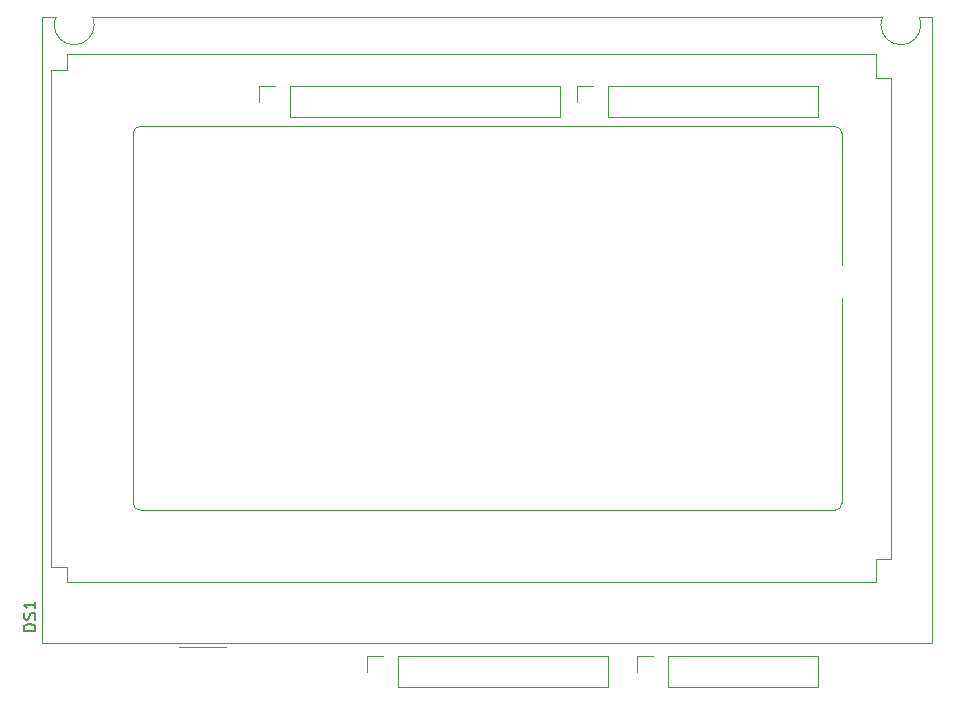
<source format=gbr>
%TF.GenerationSoftware,KiCad,Pcbnew,7.0.7-7.0.7~ubuntu22.04.1*%
%TF.CreationDate,2023-10-18T17:55:42+02:00*%
%TF.ProjectId,conway_proj,636f6e77-6179-45f7-9072-6f6a2e6b6963,rev?*%
%TF.SameCoordinates,Original*%
%TF.FileFunction,Legend,Top*%
%TF.FilePolarity,Positive*%
%FSLAX46Y46*%
G04 Gerber Fmt 4.6, Leading zero omitted, Abs format (unit mm)*
G04 Created by KiCad (PCBNEW 7.0.7-7.0.7~ubuntu22.04.1) date 2023-10-18 17:55:42*
%MOMM*%
%LPD*%
G01*
G04 APERTURE LIST*
%ADD10C,0.150000*%
%ADD11C,0.120000*%
%ADD12C,0.100000*%
%ADD13R,1.700000X1.700000*%
%ADD14O,1.700000X1.700000*%
%ADD15C,3.200000*%
%ADD16R,1.800000X2.500000*%
%ADD17O,1.800000X2.500000*%
G04 APERTURE END LIST*
D10*
X73154819Y-160034285D02*
X72154819Y-160034285D01*
X72154819Y-160034285D02*
X72154819Y-159796190D01*
X72154819Y-159796190D02*
X72202438Y-159653333D01*
X72202438Y-159653333D02*
X72297676Y-159558095D01*
X72297676Y-159558095D02*
X72392914Y-159510476D01*
X72392914Y-159510476D02*
X72583390Y-159462857D01*
X72583390Y-159462857D02*
X72726247Y-159462857D01*
X72726247Y-159462857D02*
X72916723Y-159510476D01*
X72916723Y-159510476D02*
X73011961Y-159558095D01*
X73011961Y-159558095D02*
X73107200Y-159653333D01*
X73107200Y-159653333D02*
X73154819Y-159796190D01*
X73154819Y-159796190D02*
X73154819Y-160034285D01*
X73107200Y-159081904D02*
X73154819Y-158939047D01*
X73154819Y-158939047D02*
X73154819Y-158700952D01*
X73154819Y-158700952D02*
X73107200Y-158605714D01*
X73107200Y-158605714D02*
X73059580Y-158558095D01*
X73059580Y-158558095D02*
X72964342Y-158510476D01*
X72964342Y-158510476D02*
X72869104Y-158510476D01*
X72869104Y-158510476D02*
X72773866Y-158558095D01*
X72773866Y-158558095D02*
X72726247Y-158605714D01*
X72726247Y-158605714D02*
X72678628Y-158700952D01*
X72678628Y-158700952D02*
X72631009Y-158891428D01*
X72631009Y-158891428D02*
X72583390Y-158986666D01*
X72583390Y-158986666D02*
X72535771Y-159034285D01*
X72535771Y-159034285D02*
X72440533Y-159081904D01*
X72440533Y-159081904D02*
X72345295Y-159081904D01*
X72345295Y-159081904D02*
X72250057Y-159034285D01*
X72250057Y-159034285D02*
X72202438Y-158986666D01*
X72202438Y-158986666D02*
X72154819Y-158891428D01*
X72154819Y-158891428D02*
X72154819Y-158653333D01*
X72154819Y-158653333D02*
X72202438Y-158510476D01*
X73154819Y-157558095D02*
X73154819Y-158129523D01*
X73154819Y-157843809D02*
X72154819Y-157843809D01*
X72154819Y-157843809D02*
X72297676Y-157939047D01*
X72297676Y-157939047D02*
X72392914Y-158034285D01*
X72392914Y-158034285D02*
X72440533Y-158129523D01*
D11*
%TO.C,J1*%
X103810000Y-164830000D02*
X121650000Y-164830000D01*
X103810000Y-164830000D02*
X103810000Y-162170000D01*
X121650000Y-164830000D02*
X121650000Y-162170000D01*
X101210000Y-163500000D02*
X101210000Y-162170000D01*
X101210000Y-162170000D02*
X102540000Y-162170000D01*
X103810000Y-162170000D02*
X121650000Y-162170000D01*
%TO.C,J3*%
X126670000Y-164830000D02*
X139430000Y-164830000D01*
X126670000Y-164830000D02*
X126670000Y-162170000D01*
X139430000Y-164830000D02*
X139430000Y-162170000D01*
X124070000Y-163500000D02*
X124070000Y-162170000D01*
X124070000Y-162170000D02*
X125400000Y-162170000D01*
X126670000Y-162170000D02*
X139430000Y-162170000D01*
%TO.C,J2*%
X94666000Y-116570000D02*
X117586000Y-116570000D01*
X94666000Y-116570000D02*
X94666000Y-113910000D01*
X117586000Y-116570000D02*
X117586000Y-113910000D01*
X92066000Y-115240000D02*
X92066000Y-113910000D01*
X92066000Y-113910000D02*
X93396000Y-113910000D01*
X94666000Y-113910000D02*
X117586000Y-113910000D01*
%TO.C,J4*%
X121590000Y-116570000D02*
X139430000Y-116570000D01*
X121590000Y-116570000D02*
X121590000Y-113910000D01*
X139430000Y-116570000D02*
X139430000Y-113910000D01*
X118990000Y-115240000D02*
X118990000Y-113910000D01*
X118990000Y-113910000D02*
X120320000Y-113910000D01*
X121590000Y-113910000D02*
X139430000Y-113910000D01*
%TO.C,DS1*%
X85300000Y-161420000D02*
X89300000Y-161420000D01*
D12*
X73750000Y-161070000D02*
X149050000Y-161070000D01*
X149050000Y-161070000D02*
X149050000Y-108070000D01*
D11*
X144300000Y-155920000D02*
X75800000Y-155920000D01*
X144300000Y-155920000D02*
X144300000Y-153920000D01*
X74500000Y-154620000D02*
X75800000Y-154620000D01*
X74500000Y-154620000D02*
X74500000Y-112520000D01*
X75800000Y-154620000D02*
X75800000Y-155920000D01*
X144300000Y-153920000D02*
X145600000Y-153920000D01*
X82030000Y-149820000D02*
X140830000Y-149820000D01*
X141430000Y-149220000D02*
X141430000Y-117920000D01*
X81430000Y-117920000D02*
X81430000Y-149210000D01*
X140830000Y-117320000D02*
X82030000Y-117320000D01*
X144300000Y-113220000D02*
X145600000Y-113220000D01*
X145600000Y-113220000D02*
X145600000Y-153920000D01*
X75800000Y-112520000D02*
X74500000Y-112520000D01*
X75800000Y-111220000D02*
X75800000Y-112520000D01*
X75800000Y-111220000D02*
X144300000Y-111220000D01*
X144300000Y-111220000D02*
X144300000Y-113220000D01*
D12*
X73750000Y-108070000D02*
X73750000Y-161070000D01*
X73760000Y-108070000D02*
X74860000Y-108070000D01*
X144850000Y-108070000D02*
X78000000Y-108070000D01*
X149050000Y-108070000D02*
X148000000Y-108070000D01*
D11*
X81430000Y-149220000D02*
G75*
G03*
X82030000Y-149820000I600000J0D01*
G01*
X140830000Y-149820000D02*
G75*
G03*
X141430000Y-149220000I0J600000D01*
G01*
X82030000Y-117320000D02*
G75*
G03*
X81430000Y-117920000I0J-600000D01*
G01*
X141430000Y-117920000D02*
G75*
G03*
X140830000Y-117320000I-600000J0D01*
G01*
D12*
X74850001Y-108100000D02*
G75*
G03*
X75810000Y-110299999I1579999J-620000D01*
G01*
X144850001Y-108100000D02*
G75*
G03*
X145810000Y-110299999I1579999J-620000D01*
G01*
X75740000Y-110269999D02*
G75*
G03*
X77979999Y-109410000I690000J1549999D01*
G01*
X145810000Y-110299999D02*
G75*
G03*
X148009999Y-109340000I620000J1579999D01*
G01*
X147040000Y-110299999D02*
G75*
G03*
X148009999Y-108110000I-610000J1579999D01*
G01*
X77060000Y-110300000D02*
G75*
G03*
X78010000Y-108090000I-630000J1580000D01*
G01*
%TD*%
%LPC*%
D13*
%TO.C,J1*%
X102540000Y-163500000D03*
D14*
X105080000Y-163500000D03*
X107620000Y-163500000D03*
X110160000Y-163500000D03*
X112700000Y-163500000D03*
X115240000Y-163500000D03*
X117780000Y-163500000D03*
X120320000Y-163500000D03*
%TD*%
D13*
%TO.C,J3*%
X125400000Y-163500000D03*
D14*
X127940000Y-163500000D03*
X130480000Y-163500000D03*
X133020000Y-163500000D03*
X135560000Y-163500000D03*
X138100000Y-163500000D03*
%TD*%
D13*
%TO.C,J2*%
X93396000Y-115240000D03*
D14*
X95936000Y-115240000D03*
X98476000Y-115240000D03*
X101016000Y-115240000D03*
X103556000Y-115240000D03*
X106096000Y-115240000D03*
X108636000Y-115240000D03*
X111176000Y-115240000D03*
X113716000Y-115240000D03*
X116256000Y-115240000D03*
%TD*%
D13*
%TO.C,J4*%
X120320000Y-115240000D03*
D14*
X122860000Y-115240000D03*
X125400000Y-115240000D03*
X127940000Y-115240000D03*
X130480000Y-115240000D03*
X133020000Y-115240000D03*
X135560000Y-115240000D03*
X138100000Y-115240000D03*
%TD*%
D15*
%TO.C,DS1*%
X76430000Y-158420000D03*
X146430000Y-158420000D03*
X76430000Y-108720000D03*
X146430000Y-108720000D03*
D16*
X87300000Y-158420000D03*
D17*
X89840000Y-158420000D03*
X92380000Y-158420000D03*
X94920000Y-158420000D03*
X97460000Y-158420000D03*
X100000000Y-158420000D03*
X102540000Y-158420000D03*
X105080000Y-158420000D03*
X107620000Y-158420000D03*
X110160000Y-158420000D03*
X112700000Y-158420000D03*
X115240000Y-158420000D03*
X117780000Y-158420000D03*
X120320000Y-158420000D03*
X122860000Y-158420000D03*
X125400000Y-158420000D03*
X127940000Y-158420000D03*
X130480000Y-158420000D03*
X133020000Y-158420000D03*
X135560000Y-158420000D03*
%TD*%
D15*
%TO.C,MH1*%
X89840000Y-115240000D03*
%TD*%
%TO.C,MH2*%
X88570000Y-163500000D03*
%TD*%
%TO.C,MH3*%
X140640000Y-130480000D03*
%TD*%
%TO.C,MH4*%
X140640000Y-158420000D03*
%TD*%
%LPD*%
M02*

</source>
